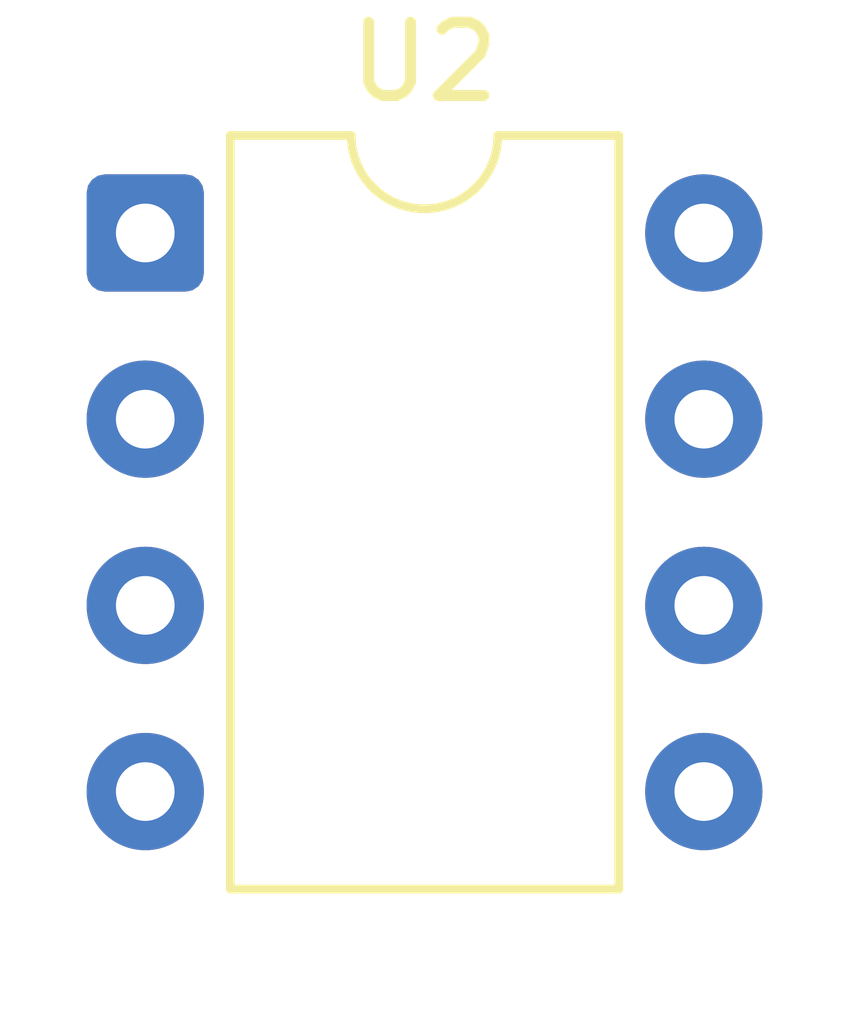
<source format=kicad_pcb>
(kicad_pcb (version 20241229) (generator "pcbnew") (generator_version "9.0")
  (layers (0 "F.Cu" signal) (2 "B.Cu" signal) (13 "F.Paste" user) (15 "B.Paste" user) (5 "F.SilkS" user "F.Silkscreen") (7 "B.SilkS" user "B.Silkscreen") (1 "F.Mask" user) (3 "B.Mask" user) (25 "Edge.Cuts" user))
  (net 0 "")
  (footprint "Package_DIP:DIP-8_W7.62mm" (layer "F.Cu") (at 76.5 54)
    (property "Reference" "U2" (at 3.81 -2.33 0) (layer "F.SilkS"))
    (property "Value" "MCP2562-E-P")
    (fp_line (start 1.16 -1.33) (end 1.16 8.95) (stroke (width 0.12)) (layer "F.SilkS"))
    (fp_line (start 1.16 8.95) (end 6.46 8.95) (stroke (width 0.12)) (layer "F.SilkS"))
    (fp_line (start 2.81 -1.33) (end 1.16 -1.33) (stroke (width 0.12)) (layer "F.SilkS"))
    (fp_line (start 6.46 -1.33) (end 4.81 -1.33) (stroke (width 0.12)) (layer "F.SilkS"))
    (fp_line (start 6.46 8.95) (end 6.46 -1.33) (stroke (width 0.12)) (layer "F.SilkS"))
    (fp_arc (start 4.81 -1.33) (mid 3.81 -0.33) (end 2.81 -1.33) (stroke (width 0.12)) (layer "F.SilkS"))
    (pad "1" thru_hole roundrect (at 0 0) (size 1.6 1.6) (drill 0.8) (layers "*.Cu" "*.Mask") (roundrect_rratio 0.15625))
    (pad "2" thru_hole circle (at 0 2.54) (size 1.6 1.6) (drill 0.8) (layers "*.Cu" "*.Mask"))
    (pad "3" thru_hole circle (at 0 5.08) (size 1.6 1.6) (drill 0.8) (layers "*.Cu" "*.Mask"))
    (pad "4" thru_hole circle (at 0 7.62) (size 1.6 1.6) (drill 0.8) (layers "*.Cu" "*.Mask"))
    (pad "5" thru_hole circle (at 7.62 7.62) (size 1.6 1.6) (drill 0.8) (layers "*.Cu" "*.Mask"))
    (pad "6" thru_hole circle (at 7.62 5.08) (size 1.6 1.6) (drill 0.8) (layers "*.Cu" "*.Mask"))
    (pad "7" thru_hole circle (at 7.62 2.54) (size 1.6 1.6) (drill 0.8) (layers "*.Cu" "*.Mask"))
    (pad "8" thru_hole circle (at 7.62 0) (size 1.6 1.6) (drill 0.8) (layers "*.Cu" "*.Mask"))
  )
)
</source>
